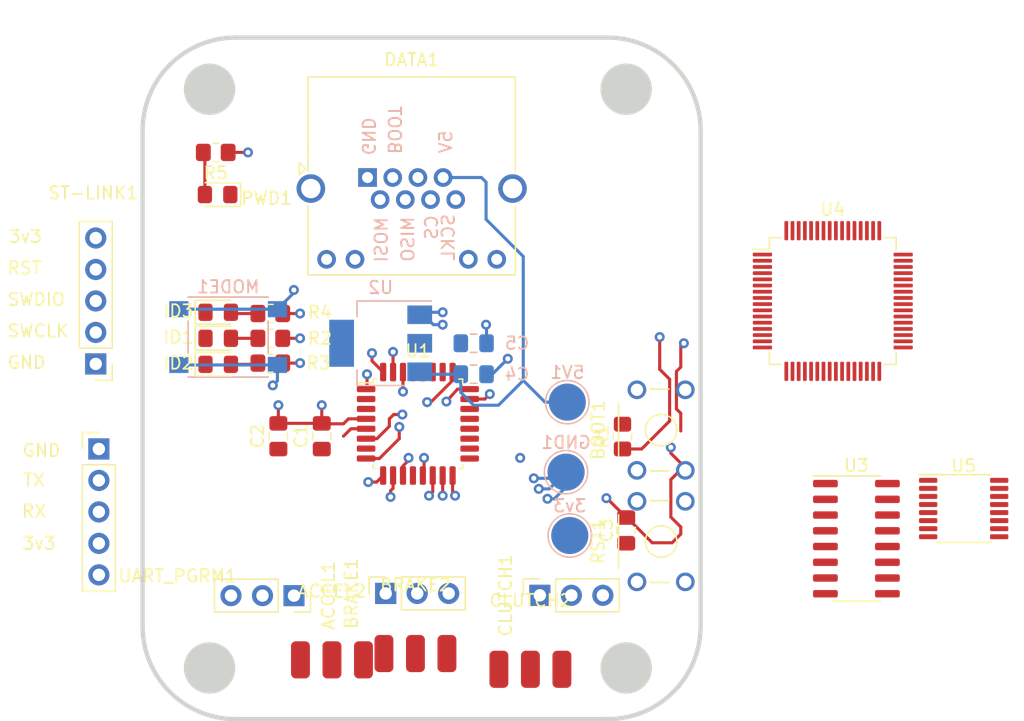
<source format=kicad_pcb>
(kicad_pcb (version 20211014) (generator pcbnew)
  (layers (0 "F.Cu" signal) (1 "In1.Cu" signal) (2 "In2.Cu" signal) (31 "B.Cu" signal) (34 "B.Paste" user) (35 "F.Paste" user) (36 "B.SilkS" user "B.Silkscreen") (37 "F.SilkS" user "F.Silkscreen") (38 "B.Mask" user) (39 "F.Mask" user) (44 "Edge.Cuts" user))
  (net 0 "")
  (net 3 "/BOOT")
  (net 5 "/NRST")
  (net 12 "/USART_TX")
  (net 13 "/SWCLK")
  (net 14 "/SWDIO")
  (net 19 "/MODE")
  (net 20 "Net-(PWD1-Pad2)")
  (net 21 "+3.3V")
  (net 22 "GNDREF")
  (net 23 "+5V")
  (net 24 "/CLUTCH")
  (net 25 "/ACCEL")
  (net 26 "/BRAKE")
  (net 27 "/MISO")
  (net 28 "/MOSI")
  (net 29 "/CS_PDL")
  (net 30 "/SCKL")
  (net 35 "/USART_RX")
  (net 38 "/IND0")
  (net 39 "/IND1")
  (net 40 "/IND2")
  (net 41 "Net-(ID1-Pad2)")
  (net 42 "Net-(ID2-Pad2)")
  (net 43 "Net-(ID3-Pad2)")
  (net 55 "/sd")
  (net 110 "/PSK")
  (footprint "Extra_components:TS-1095PD-A16B2-D2" (layer "F.Cu") (at 166.116 112.505 90)
    (fp_text reference "RST1")
    (fp_text value "SW_Push")
  )
  (footprint "Extra_components:1x3_pin" (layer "F.Cu") (at 155.575 122.809)
    (fp_text reference "CLUTCH2")
    (fp_text value "Conn_01x03_Female")
  )
  (footprint "Connector_PinSocket_2.54mm:PinSocket_1x03_P2.54mm_Vertical" (layer "F.Cu") (at 143.906 116.688 90)
    (fp_text reference "BRAKE1")
    (fp_text value "Conn_01x03_Female")
  )
  (footprint "Capacitor_SMD:C_0805_2012Metric_Pad1.18x1.45mm_HandSolder" (layer "F.Cu") (at 135.25 104 90)
    (fp_text reference "C2")
    (fp_text value "4.7uf")
  )
  (footprint "LED_SMD:LED_0805_2012Metric_Pad1.15x1.40mm_HandSolder" (layer "F.Cu") (at 130.4 96.1)
    (fp_text reference "ID1")
    (fp_text value "LED")
  )
  (footprint "Package_SO:TSSOP-16_4.4x5mm_P0.65mm" (layer "F.Cu") (at 190.514 109.838)
    (fp_text reference "U5")
    (fp_text value "ADC128S102")
  )
  (footprint "Extra_components:1x3_pin" (layer "F.Cu") (at 139.573 122.047)
    (fp_text reference "ACCEL2")
    (fp_text value "Conn_01x03_Female")
  )
  (footprint "Connector_PinSocket_2.54mm:PinSocket_1x03_P2.54mm_Vertical" (layer "F.Cu") (at 156.337 116.84 90)
    (fp_text reference "CLUTCH1")
    (fp_text value "Conn_01x03_Female")
  )
  (footprint "Connector_RJ:RJ45_Amphenol_RJHSE538X" (layer "F.Cu") (at 142.44 83.125)
    (fp_text reference "DATA1")
    (fp_text value "8P8C_LED_Shielded")
  )
  (footprint "Resistor_SMD:R_0805_2012Metric_Pad1.20x1.40mm_HandSolder" (layer "F.Cu") (at 163 104.03 90)
    (fp_text reference "R1")
    (fp_text value "10K")
  )
  (footprint "Extra_components:TS-1095PD-A16B2-D2" (layer "F.Cu") (at 166.116 103.505 90)
    (fp_text reference "BOOT1")
    (fp_text value "SW_Push")
  )
  (footprint "Extra_components:1x3_pin" (layer "F.Cu") (at 146.304 121.539)
    (fp_text reference "BRAKE2")
    (fp_text value "Conn_01x03_Female")
  )
  (footprint "Resistor_SMD:R_0805_2012Metric_Pad1.20x1.40mm_HandSolder" (layer "F.Cu") (at 134.6 96.1 180)
    (fp_text reference "R2")
    (fp_text value "10")
  )
  (footprint "Resistor_SMD:R_0805_2012Metric_Pad1.20x1.40mm_HandSolder" (layer "F.Cu") (at 134.6 94.1 180)
    (fp_text reference "R4")
    (fp_text value "10")
  )
  (footprint "Capacitor_SMD:C_0805_2012Metric_Pad1.18x1.45mm_HandSolder" (layer "F.Cu") (at 138.75 104 90)
    (fp_text reference "C1")
    (fp_text value "100nf")
  )
  (footprint "LED_SMD:LED_0805_2012Metric_Pad1.15x1.40mm_HandSolder" (layer "F.Cu") (at 130.4 98.2)
    (fp_text reference "ID2")
    (fp_text value "LED")
  )
  (footprint "Resistor_SMD:R_0805_2012Metric_Pad1.20x1.40mm_HandSolder" (layer "F.Cu") (at 130.2 81.1 180)
    (fp_text reference "R5")
    (fp_text value "43")
  )
  (footprint "Package_QFP:LQFP-32_7x7mm_P0.8mm" (layer "F.Cu") (at 146.5 103)
    (fp_text reference "U1")
    (fp_text value "STM32G070RBT6")
  )
  (footprint "Connector_PinHeader_2.54mm:PinHeader_1x05_P2.54mm_Vertical" (layer "F.Cu") (at 120.777 105.029)
    (fp_text reference "UART_PGRM1")
    (fp_text value "Conn_01x05_Female")
  )
  (footprint "Package_QFP:LQFP-64_10x10mm_P0.5mm" (layer "F.Cu") (at 179.959 93.091)
    (fp_text reference "U4")
    (fp_text value "STM32F072RBTx")
  )
  (footprint "Capacitor_SMD:C_0805_2012Metric_Pad1.18x1.45mm_HandSolder" (layer "F.Cu") (at 163.3 111.6 -90)
    (fp_text reference "C3")
    (fp_text value "0.1uf")
  )
  (footprint "Connector_PinSocket_2.54mm:PinSocket_1x03_P2.54mm_Vertical" (layer "F.Cu") (at 136.51 116.865 -90)
    (fp_text reference "ACCEL1")
    (fp_text value "Conn_01x03_Female")
  )
  (footprint "LED_SMD:LED_0805_2012Metric_Pad1.15x1.40mm_HandSolder" (layer "F.Cu") (at 130.4 94)
    (fp_text reference "ID3")
    (fp_text value "LED")
  )
  (footprint "Package_SO:SOP-16_3.9x9.9mm_P1.27mm" (layer "F.Cu") (at 181.864 112.268)
    (fp_text reference "U3")
    (fp_text value "HX711")
  )
  (footprint "Resistor_SMD:R_0805_2012Metric_Pad1.20x1.40mm_HandSolder" (layer "F.Cu") (at 134.6 98.1 180)
    (fp_text reference "R3")
    (fp_text value "10")
  )
  (footprint "LED_SMD:LED_0805_2012Metric_Pad1.15x1.40mm_HandSolder" (layer "F.Cu") (at 130.35 84.5 180)
    (fp_text reference "PWD1")
    (fp_text value "LED")
  )
  (footprint "Connector_PinHeader_2.54mm:PinHeader_1x05_P2.54mm_Vertical" (layer "F.Cu") (at 120.523 98.166 180)
    (fp_text reference "ST-LINK1")
    (fp_text value "Conn_01x05_Female")
  )
  (footprint "Capacitor_SMD:C_0805_2012Metric_Pad1.18x1.45mm_HandSolder" (layer "B.Cu") (at 151 99)
    (fp_text reference "C4")
    (fp_text value "1uf")
  )
  (footprint "Button_Switch_SMD:SW_Push_1P1T_NO_6x6mm_H9.5mm" (layer "B.Cu") (at 131.2 96 180)
    (fp_text reference "MODE1")
    (fp_text value "SW_Push")
  )
  (footprint "Capacitor_SMD:C_0805_2012Metric_Pad1.18x1.45mm_HandSolder" (layer "B.Cu") (at 151 96.5)
    (fp_text reference "C5")
    (fp_text value "4.7uf")
  )
  (footprint "TestPoint:TestPoint_Pad_D3.0mm" (layer "B.Cu") (at 158.55 101.25 180)
    (fp_text reference "5V1")
    (fp_text value "5v")
  )
  (footprint "TestPoint:TestPoint_Pad_D3.0mm" (layer "B.Cu") (at 158.75 112.014 180)
    (fp_text reference "3v3")
    (fp_text value "3v3")
  )
  (footprint "TestPoint:TestPoint_Pad_D3.0mm" (layer "B.Cu") (at 158.45 106.9 180)
    (fp_text reference "GND1")
    (fp_text value "GND")
  )
  (footprint "Package_TO_SOT_SMD:SOT-223-3_TabPin2" (layer "B.Cu") (at 143.5 96.5 180)
    (fp_text reference "U2")
    (fp_text value "LDL1117")
  )
  (gr_line (start 125.18355 75.797418) (end 125.36396 75.47842) (layer "Edge.Cuts") (width 0.349999))
  (gr_line (start 166.262042 73.300778) (end 166.553182 73.527581) (layer "Edge.Cuts") (width 0.349999))
  (gr_line (start 124.62419 121.510361) (end 124.526193 121.157226) (layer "Edge.Cuts") (width 0.349999))
  (gr_line (start 124.336701 78.587814) (end 124.382194 78.221573) (layer "Edge.Cuts") (width 0.349999))
  (gr_line (start 161.799997 71.829097) (end 162.171901 71.838314) (layer "Edge.Cuts") (width 0.349999))
  (gr_line (start 129.971872 126.602905) (end 129.618736 126.504908) (layer "Edge.Cuts") (width 0.349999))
  (gr_line (start 131.058717 71.865797) (end 131.428097 71.838314) (layer "Edge.Cuts") (width 0.349999))
  (gr_line (start 169.299997 79.329097) (end 169.299997 119.329097) (layer "Edge.Cuts") (width 0.349999))
  (gr_line (start 168.416448 75.797418) (end 168.580885 76.124473) (layer "Edge.Cuts") (width 0.349999))
  (gr_line (start 126.766193 124.888857) (end 126.4967 124.6324) (layer "Edge.Cuts") (width 0.349999))
  (gr_line (start 129.971872 72.055289) (end 130.32999 71.974539) (layer "Edge.Cuts") (width 0.349999))
  (gr_line (start 167.359757 74.295289) (end 167.601514 74.575913) (layer "Edge.Cuts") (width 0.349999))
  (gr_line (start 163.270007 71.974539) (end 163.628126 72.055289) (layer "Edge.Cuts") (width 0.349999))
  (gr_line (start 169.29078 119.701) (end 169.263297 120.07038) (layer "Edge.Cuts") (width 0.349999))
  (gr_line (start 163.981261 126.504908) (end 163.628126 126.602905) (layer "Edge.Cuts") (width 0.349999))
  (gr_line (start 124.382194 78.221573) (end 124.445443 77.859086) (layer "Edge.Cuts") (width 0.349999))
  (gr_line (start 131.8 126.829097) (end 131.428097 126.819879) (layer "Edge.Cuts") (width 0.349999))
  (gr_line (start 127.337956 73.300778) (end 127.638996 73.089185) (layer "Edge.Cuts") (width 0.349999))
  (gr_line (start 131.428097 126.819879) (end 131.058717 126.792397) (layer "Edge.Cuts") (width 0.349999))
  (gr_line (start 126.240242 74.295289) (end 126.4967 74.025796) (layer "Edge.Cuts") (width 0.349999))
  (gr_line (start 165.650675 125.765138) (end 165.331676 125.945548) (layer "Edge.Cuts") (width 0.349999))
  (gr_line (start 169.154555 120.799107) (end 169.073805 121.157226) (layer "Edge.Cuts") (width 0.349999))
  (gr_line (start 168.580885 76.124473) (end 168.729094 76.458971) (layer "Edge.Cuts") (width 0.349999))
  (gr_line (start 124.870904 76.458971) (end 125.019113 76.124473) (layer "Edge.Cuts") (width 0.349999))
  (gr_line (start 166.553182 73.527581) (end 166.833806 73.769338) (layer "Edge.Cuts") (width 0.349999))
  (gr_line (start 163.628126 72.055289) (end 163.981261 72.153286) (layer "Edge.Cuts") (width 0.349999))
  (gr_line (start 127.949323 72.893056) (end 128.268322 72.712646) (layer "Edge.Cuts") (width 0.349999))
  (gr_line (start 168.86082 121.857898) (end 168.729094 122.199223) (layer "Edge.Cuts") (width 0.349999))
  (gr_line (start 125.36396 123.179774) (end 125.18355 122.860776) (layer "Edge.Cuts") (width 0.349999))
  (gr_line (start 167.601514 124.082282) (end 167.359757 124.362906) (layer "Edge.Cuts") (width 0.349999))
  (gr_line (start 129.618736 126.504908) (end 129.271199 126.389919) (layer "Edge.Cuts") (width 0.349999))
  (gr_line (start 124.336701 120.07038) (end 124.309218 119.701) (layer "Edge.Cuts") (width 0.349999))
  (gr_line (start 130.692477 71.91129) (end 131.058717 71.865797) (layer "Edge.Cuts") (width 0.349999))
  (gr_line (start 161.799997 126.829097) (end 131.8 126.829097) (layer "Edge.Cuts") (width 0.349999))
  (gr_line (start 125.998484 124.082282) (end 125.771682 123.791142) (layer "Edge.Cuts") (width 0.349999))
  (gr_line (start 169.073805 77.500968) (end 169.154555 77.859086) (layer "Edge.Cuts") (width 0.349999))
  (gr_line (start 163.628126 126.602905) (end 163.270007 126.683655) (layer "Edge.Cuts") (width 0.349999))
  (gr_line (start 168.975808 77.147833) (end 169.073805 77.500968) (layer "Edge.Cuts") (width 0.349999))
  (gr_line (start 164.328798 126.389919) (end 163.981261 126.504908) (layer "Edge.Cuts") (width 0.349999))
  (gr_line (start 127.337956 125.357417) (end 127.046816 125.130614) (layer "Edge.Cuts") (width 0.349999))
  (gr_line (start 124.309218 119.701) (end 124.300001 119.329097) (layer "Edge.Cuts") (width 0.349999))
  (gr_circle (center 129.7 76) (end 131.7 76) (layer "Edge.Cuts") (width 0.15) (fill solid))
  (gr_line (start 161.799997 71.829097) (end 161.799997 71.829097) (layer "Edge.Cuts") (width 0.349999))
  (gr_line (start 129.618736 72.153286) (end 129.971872 72.055289) (layer "Edge.Cuts") (width 0.349999))
  (gr_line (start 125.771682 123.791142) (end 125.560089 123.490101) (layer "Edge.Cuts") (width 0.349999))
  (gr_line (start 124.300001 79.329097) (end 124.309218 78.957193) (layer "Edge.Cuts") (width 0.349999))
  (gr_line (start 127.046816 125.130614) (end 126.766193 124.888857) (layer "Edge.Cuts") (width 0.349999))
  (gr_line (start 124.739178 76.800295) (end 124.870904 76.458971) (layer "Edge.Cuts") (width 0.349999))
  (gr_line (start 126.4967 124.6324) (end 126.240242 124.362906) (layer "Edge.Cuts") (width 0.349999))
  (gr_line (start 166.553182 125.130614) (end 166.262042 125.357417) (layer "Edge.Cuts") (width 0.349999))
  (gr_line (start 165.650675 72.893056) (end 165.961002 73.089185) (layer "Edge.Cuts") (width 0.349999))
  (gr_line (start 169.263297 120.07038) (end 169.217804 120.43662) (layer "Edge.Cuts") (width 0.349999))
  (gr_line (start 127.638996 125.569009) (end 127.337956 125.357417) (layer "Edge.Cuts") (width 0.349999))
  (gr_line (start 130.32999 126.683655) (end 129.971872 126.602905) (layer "Edge.Cuts") (width 0.349999))
  (gr_line (start 124.739178 121.857898) (end 124.62419 121.510361) (layer "Edge.Cuts") (width 0.349999))
  (gr_line (start 128.595377 72.548209) (end 128.929874 72.4) (layer "Edge.Cuts") (width 0.349999))
  (gr_line (start 167.1033 74.025796) (end 167.359757 74.295289) (layer "Edge.Cuts") (width 0.349999))
  (gr_line (start 162.54128 71.865797) (end 162.90752 71.91129) (layer "Edge.Cuts") (width 0.349999))
  (gr_line (start 162.171901 71.838314) (end 162.54128 71.865797) (layer "Edge.Cuts") (width 0.349999))
  (gr_line (start 166.833806 73.769338) (end 167.1033 74.025796) (layer "Edge.Cuts") (width 0.349999))
  (gr_line (start 162.90752 71.91129) (end 163.270007 71.974539) (layer "Edge.Cuts") (width 0.349999))
  (gr_line (start 131.058717 126.792397) (end 130.692477 126.746904) (layer "Edge.Cuts") (width 0.349999))
  (gr_line (start 124.382194 120.43662) (end 124.336701 120.07038) (layer "Edge.Cuts") (width 0.349999))
  (gr_line (start 168.729094 122.199223) (end 168.580885 122.53372) (layer "Edge.Cuts") (width 0.349999))
  (gr_line (start 165.961002 73.089185) (end 166.262042 73.300778) (layer "Edge.Cuts") (width 0.349999))
  (gr_line (start 125.560089 123.490101) (end 125.36396 123.179774) (layer "Edge.Cuts") (width 0.349999))
  (gr_line (start 165.004621 72.548209) (end 165.331676 72.712646) (layer "Edge.Cuts") (width 0.349999))
  (gr_line (start 168.729094 76.458971) (end 168.86082 76.800295) (layer "Edge.Cuts") (width 0.349999))
  (gr_line (start 168.416448 122.860776) (end 168.236038 123.179774) (layer "Edge.Cuts") (width 0.349999))
  (gr_line (start 164.670123 72.4) (end 165.004621 72.548209) (layer "Edge.Cuts") (width 0.349999))
  (gr_line (start 163.981261 72.153286) (end 164.328798 72.268274) (layer "Edge.Cuts") (width 0.349999))
  (gr_line (start 165.331676 72.712646) (end 165.650675 72.893056) (layer "Edge.Cuts") (width 0.349999))
  (gr_line (start 126.766193 73.769338) (end 127.046816 73.527581) (layer "Edge.Cuts") (width 0.349999))
  (gr_line (start 129.271199 72.268274) (end 129.618736 72.153286) (layer "Edge.Cuts") (width 0.349999))
  (gr_line (start 165.331676 125.945548) (end 165.004621 126.109985) (layer "Edge.Cuts") (width 0.349999))
  (gr_line (start 169.299997 119.329097) (end 169.29078 119.701) (layer "Edge.Cuts") (width 0.349999))
  (gr_line (start 126.240242 124.362906) (end 125.998484 124.082282) (layer "Edge.Cuts") (width 0.349999))
  (gr_line (start 131.8 71.829097) (end 161.799997 71.829097) (layer "Edge.Cuts") (width 0.349999))
  (gr_line (start 126.4967 74.025796) (end 126.766193 73.769338) (layer "Edge.Cuts") (width 0.349999))
  (gr_line (start 169.073805 121.157226) (end 168.975808 121.510361) (layer "Edge.Cuts") (width 0.349999))
  (gr_line (start 166.262042 125.357417) (end 165.961002 125.569009) (layer "Edge.Cuts") (width 0.349999))
  (gr_circle (center 163.3 76) (end 165.3 76) (layer "Edge.Cuts") (width 0.15) (fill solid))
  (gr_line (start 168.236038 123.179774) (end 168.03991 123.490101) (layer "Edge.Cuts") (width 0.349999))
  (gr_line (start 169.154555 77.859086) (end 169.217804 78.221573) (layer "Edge.Cuts") (width 0.349999))
  (gr_line (start 169.217804 120.43662) (end 169.154555 120.799107) (layer "Edge.Cuts") (width 0.349999))
  (gr_line (start 129.271199 126.389919) (end 128.929874 126.258193) (layer "Edge.Cuts") (width 0.349999))
  (gr_line (start 167.828317 123.791142) (end 167.601514 124.082282) (layer "Edge.Cuts") (width 0.349999))
  (gr_line (start 124.445443 77.859086) (end 124.526193 77.500968) (layer "Edge.Cuts") (width 0.349999))
  (gr_line (start 128.268322 125.945548) (end 127.949323 125.765138) (layer "Edge.Cuts") (width 0.349999))
  (gr_line (start 165.004621 126.109985) (end 164.670123 126.258193) (layer "Edge.Cuts") (width 0.349999))
  (gr_line (start 168.236038 75.47842) (end 168.416448 75.797418) (layer "Edge.Cuts") (width 0.349999))
  (gr_line (start 130.32999 71.974539) (end 130.692477 71.91129) (layer "Edge.Cuts") (width 0.349999))
  (gr_line (start 126.4967 124.6324) (end 126.4967 124.6324) (layer "Edge.Cuts") (width 0.349999))
  (gr_line (start 124.526193 77.500968) (end 124.62419 77.147833) (layer "Edge.Cuts") (width 0.349999))
  (gr_line (start 168.975808 121.510361) (end 168.86082 121.857898) (layer "Edge.Cuts") (width 0.349999))
  (gr_line (start 124.526193 121.157226) (end 124.445443 120.799107) (layer "Edge.Cuts") (width 0.349999))
  (gr_line (start 169.29078 78.957193) (end 169.299997 79.329097) (layer "Edge.Cuts") (width 0.349999))
  (gr_line (start 131.428097 71.838314) (end 131.8 71.829097) (layer "Edge.Cuts") (width 0.349999))
  (gr_line (start 127.046816 73.527581) (end 127.337956 73.300778) (layer "Edge.Cuts") (width 0.349999))
  (gr_line (start 131.8 71.829097) (end 131.8 71.829097) (layer "Edge.Cuts") (width 0.349999))
  (gr_line (start 166.833806 124.888857) (end 166.553182 125.130614) (layer "Edge.Cuts") (width 0.349999))
  (gr_line (start 125.18355 122.860776) (end 125.019113 122.53372) (layer "Edge.Cuts") (width 0.349999))
  (gr_line (start 162.54128 126.792397) (end 162.171901 126.819879) (layer "Edge.Cuts") (width 0.349999))
  (gr_line (start 125.771682 74.867052) (end 125.998484 74.575913) (layer "Edge.Cuts") (width 0.349999))
  (gr_line (start 127.638996 73.089185) (end 127.949323 72.893056) (layer "Edge.Cuts") (width 0.349999))
  (gr_line (start 128.929874 126.258193) (end 128.595377 126.109985) (layer "Edge.Cuts") (width 0.349999))
  (gr_line (start 168.03991 75.168093) (end 168.236038 75.47842) (layer "Edge.Cuts") (width 0.349999))
  (gr_line (start 169.299997 79.329097) (end 169.299997 79.329097) (layer "Edge.Cuts") (width 0.349999))
  (gr_line (start 130.692477 126.746904) (end 130.32999 126.683655) (layer "Edge.Cuts") (width 0.349999))
  (gr_line (start 163.270007 126.683655) (end 162.90752 126.746904) (layer "Edge.Cuts") (width 0.349999))
  (gr_line (start 161.799997 126.829097) (end 161.799997 126.829097) (layer "Edge.Cuts") (width 0.349999))
  (gr_circle (center 129.7 122.7) (end 131.7 122.7) (layer "Edge.Cuts") (width 0.15) (fill solid))
  (gr_line (start 167.359757 124.362906) (end 167.1033 124.6324) (layer "Edge.Cuts") (width 0.349999))
  (gr_line (start 124.62419 77.147833) (end 124.739178 76.800295) (layer "Edge.Cuts") (width 0.349999))
  (gr_line (start 125.560089 75.168093) (end 125.771682 74.867052) (layer "Edge.Cuts") (width 0.349999))
  (gr_line (start 125.998484 74.575913) (end 126.240242 74.295289) (layer "Edge.Cuts") (width 0.349999))
  (gr_line (start 167.828317 74.867052) (end 168.03991 75.168093) (layer "Edge.Cuts") (width 0.349999))
  (gr_line (start 165.961002 125.569009) (end 165.650675 125.765138) (layer "Edge.Cuts") (width 0.349999))
  (gr_line (start 127.949323 125.765138) (end 127.638996 125.569009) (layer "Edge.Cuts") (width 0.349999))
  (gr_line (start 125.36396 75.47842) (end 125.560089 75.168093) (layer "Edge.Cuts") (width 0.349999))
  (gr_line (start 128.595377 126.109985) (end 128.268322 125.945548) (layer "Edge.Cuts") (width 0.349999))
  (gr_line (start 164.670123 126.258193) (end 164.328798 126.389919) (layer "Edge.Cuts") (width 0.349999))
  (gr_line (start 131.8 126.829097) (end 131.8 126.829097) (layer "Edge.Cuts") (width 0.349999))
  (gr_line (start 168.580885 122.53372) (end 168.416448 122.860776) (layer "Edge.Cuts") (width 0.349999))
  (gr_line (start 124.445443 120.799107) (end 124.382194 120.43662) (layer "Edge.Cuts") (width 0.349999))
  (gr_line (start 167.1033 74.025796) (end 167.1033 74.025796) (layer "Edge.Cuts") (width 0.349999))
  (gr_line (start 128.268322 72.712646) (end 128.595377 72.548209) (layer "Edge.Cuts") (width 0.349999))
  (gr_circle (center 163.3 122.7) (end 165.3 122.7) (layer "Edge.Cuts") (width 0.15) (fill solid))
  (gr_line (start 169.263297 78.587814) (end 169.29078 78.957193) (layer "Edge.Cuts") (width 0.349999))
  (gr_line (start 169.299997 119.329097) (end 169.299997 119.329097) (layer "Edge.Cuts") (width 0.349999))
  (gr_line (start 168.03991 123.490101) (end 167.828317 123.791142) (layer "Edge.Cuts") (width 0.349999))
  (gr_line (start 162.90752 126.746904) (end 162.54128 126.792397) (layer "Edge.Cuts") (width 0.349999))
  (gr_line (start 124.300001 79.329097) (end 124.300001 79.329097) (layer "Edge.Cuts") (width 0.349999))
  (gr_line (start 124.309218 78.957193) (end 124.336701 78.587814) (layer "Edge.Cuts") (width 0.349999))
  (gr_line (start 168.86082 76.800295) (end 168.975808 77.147833) (layer "Edge.Cuts") (width 0.349999))
  (gr_line (start 125.019113 122.53372) (end 124.870904 122.199223) (layer "Edge.Cuts") (width 0.349999))
  (gr_line (start 164.328798 72.268274) (end 164.670123 72.4) (layer "Edge.Cuts") (width 0.349999))
  (gr_line (start 128.929874 72.4) (end 129.271199 72.268274) (layer "Edge.Cuts") (width 0.349999))
  (gr_line (start 126.4967 74.025796) (end 126.4967 74.025796) (layer "Edge.Cuts") (width 0.349999))
  (gr_line (start 162.171901 126.819879) (end 161.799997 126.829097) (layer "Edge.Cuts") (width 0.349999))
  (gr_line (start 124.870904 122.199223) (end 124.739178 121.857898) (layer "Edge.Cuts") (width 0.349999))
  (gr_line (start 124.300001 119.329097) (end 124.300001 79.329097) (layer "Edge.Cuts") (width 0.349999))
  (gr_line (start 167.1033 124.6324) (end 166.833806 124.888857) (layer "Edge.Cuts") (width 0.349999))
  (gr_line (start 167.601514 74.575913) (end 167.828317 74.867052) (layer "Edge.Cuts") (width 0.349999))
  (gr_line (start 167.1033 124.6324) (end 167.1033 124.6324) (layer "Edge.Cuts") (width 0.349999))
  (gr_line (start 169.217804 78.221573) (end 169.263297 78.587814) (layer "Edge.Cuts") (width 0.349999))
  (gr_line (start 125.019113 76.124473) (end 125.18355 75.797418) (layer "Edge.Cuts") (width 0.349999))
  (gr_text "5V\n" (at 148.75 80.25 90) (layer "B.SilkS") (effects (font (size 1 1)) (justify mirror)))
  (gr_text "CS" (at 147.6 87.15 90) (layer "B.SilkS") (effects (font (size 1 1)) (justify mirror)))
  (gr_text "SCKL\n" (at 148.95 87.95 90) (layer "B.SilkS") (effects (font (size 1 1)) (justify mirror)))
  (gr_text "MISO\n" (at 145.7 88.1 90) (layer "B.SilkS") (effects (font (size 1 1)) (justify mirror)))
  (gr_text "GND" (at 142.5 79.8 270) (layer "B.SilkS") (effects (font (size 1 1)) (justify mirror)))
  (gr_text "BOOT" (at 144.6 79.3 270) (layer "B.SilkS") (effects (font (size 1 1)) (justify mirror)))
  (gr_text "MOSI\n" (at 143.55 88.15 90) (layer "B.SilkS") (effects (font (size 1 1)) (justify mirror)))
  (gr_text "RST" (at 114.768334 90.424) (layer "F.SilkS") (effects (font (size 1 1))))
  (gr_text "SWDIO\n" (at 115.720715 92.964) (layer "F.SilkS") (effects (font (size 1 1))))
  (gr_text "RX\n" (at 115.551 110.049) (layer "F.SilkS") (effects (font (size 1 1))))
  (gr_text "TX\n" (at 115.551 107.549) (layer "F.SilkS") (effects (font (size 1 1))))
  (gr_text "SWCLK" (at 115.863572 95.504) (layer "F.SilkS") (effects (font (size 1 1))))
  (gr_text "GND" (at 116.151 105.149) (layer "F.SilkS") (effects (font (size 1 1))))
  (gr_text "3v3" (at 114.839762 87.884) (layer "F.SilkS") (effects (font (size 1 1))))
  (gr_text "3v3\n" (at 115.951 112.649) (layer "F.SilkS") (effects (font (size 1 1))))
  (gr_text "GND" (at 114.935 98.044) (layer "F.SilkS") (effects (font (size 1 1))))
  (segment (start 167.7 106.7) (end 166.9 107.5) (width 0.25) (layer "F.Cu") (net 5))
  (segment (start 163.3625 110.5625) (end 163.3 110.5625) (width 0.25) (layer "F.Cu") (net 5))
  (segment (start 144.2 102.6) (end 144.55 102.25) (width 0.25) (layer "F.Cu") (net 5))
  (segment (start 166.9 107.5) (end 166.9 110.525) (width 0.25) (layer "F.Cu") (net 5))
  (segment (start 166.9 110.525) (end 167.7 111.325) (width 0.25) (layer "F.Cu") (net 5))
  (segment (start 167.7 111.9) (end 167 112.6) (width 0.25) (layer "F.Cu") (net 5))
  (segment (start 167.7 106.175) (end 167.7 106.7) (width 0.25) (layer "F.Cu") (net 5))
  (segment (start 166.9 105.375) (end 167.7 106.175) (width 0.25) (layer "F.Cu") (net 5))
  (segment (start 144.55 102.25) (end 145.25 102.25) (width 0.25) (layer "F.Cu") (net 5))
  (segment (start 165.4 112.6) (end 163.3625 110.5625) (width 0.25) (layer "F.Cu") (net 5))
  (segment (start 143.2 104.2) (end 144.2 103.2) (width 0.25) (layer "F.Cu") (net 5))
  (segment (start 167 112.6) (end 165.4 112.6) (width 0.25) (layer "F.Cu") (net 5))
  (segment (start 167.7 111.325) (end 167.7 111.9) (width 0.25) (layer "F.Cu") (net 5))
  (segment (start 161.7375 109) (end 163.3 110.5625) (width 0.25) (layer "F.Cu") (net 5))
  (segment (start 166.9 104.9) (end 166.9 105.375) (width 0.25) (layer "F.Cu") (net 5))
  (segment (start 161.7 109) (end 161.7375 109) (width 0.25) (layer "F.Cu") (net 5))
  (segment (start 144.2 103.2) (end 144.2 102.6) (width 0.25) (layer "F.Cu") (net 5))
  (segment (start 142.325 104.2) (end 143.2 104.2) (width 0.25) (layer "F.Cu") (net 5))
  (via (at 161.7 109) (size 0.8) (drill 0.4) (layers "F.Cu" "B.Cu") (net 5))
  (via (at 166.9 104.9) (size 0.8) (drill 0.4) (layers "F.Cu" "B.Cu") (net 5))
  (via (at 145.25 102.25) (size 0.8) (drill 0.4) (layers "F.Cu" "B.Cu") (net 5))
  (segment (start 142.5 107.7) (end 143.175 107.7) (width 0.25) (layer "F.Cu") (net 12))
  (segment (start 143.175 107.7) (end 143.7 107.175) (width 0.25) (layer "F.Cu") (net 12))
  (via (at 142.5 107.7) (size 0.8) (drill 0.4) (layers "F.Cu" "B.Cu") (net 12))
  (segment (start 149.3 99.5) (end 147.55 101.25) (width 0.25) (layer "F.Cu") (net 13))
  (segment (start 163 105.03) (end 164.545 105.03) (width 0.25) (layer "F.Cu") (net 13))
  (segment (start 149.3 98.825) (end 149.3 99.5) (width 0.25) (layer "F.Cu") (net 13))
  (segment (start 166.8 102.775) (end 166 103.575) (width 0.25) (layer "F.Cu") (net 13))
  (segment (start 166 98.6) (end 166.8 99.4) (width 0.25) (layer "F.Cu") (net 13))
  (segment (start 166 96) (end 166 98.425) (width 0.25) (layer "F.Cu") (net 13))
  (segment (start 164.545 105.03) (end 166 103.575) (width 0.25) (layer "F.Cu") (net 13))
  (segment (start 147.55 101.25) (end 147.25 101.25) (width 0.25) (layer "F.Cu") (net 13))
  (segment (start 166 98.425) (end 166 98.6) (width 0.25) (layer "F.Cu") (net 13))
  (segment (start 166.8 99.4) (end 166.8 102.775) (width 0.25) (layer "F.Cu") (net 13))
  (via (at 147.25 101.25) (size 0.8) (drill 0.4) (layers "F.Cu" "B.Cu") (net 13))
  (via (at 166 96) (size 0.8) (drill 0.4) (layers "F.Cu" "B.Cu") (net 13))
  (segment (start 149.7 100.2) (end 150.675 100.2) (width 0.25) (layer "F.Cu") (net 14))
  (segment (start 148.8 101.2) (end 149.7 100.2) (width 0.25) (layer "F.Cu") (net 14))
  (via (at 148.8 101.2) (size 0.8) (drill 0.4) (layers "F.Cu" "B.Cu") (net 14))
  (segment (start 142.4 99) (end 142.4 100.125) (width 0.25) (layer "F.Cu") (net 19))
  (segment (start 142.4 100.125) (end 142.325 100.2) (width 0.25) (layer "F.Cu") (net 19))
  (via (at 136.5 92.2) (size 0.8) (drill 0.4) (layers "F.Cu" "B.Cu") (net 19))
  (via (at 142.4 99) (size 0.8) (drill 0.4) (layers "F.Cu" "B.Cu") (net 19))
  (segment (start 136.5 92.425) (end 135.175 93.75) (width 0.25) (layer "B.Cu") (net 19))
  (segment (start 136.5 92.2) (end 136.5 92.425) (width 0.25) (layer "B.Cu") (net 19))
  (segment (start 135.175 93.75) (end 127.225 93.75) (width 0.25) (layer "B.Cu") (net 19))
  (segment (start 129.325 81.225) (end 129.2 81.1) (width 0.25) (layer "F.Cu") (net 20))
  (segment (start 129.325 84.5) (end 129.325 81.225) (width 0.25) (layer "F.Cu") (net 20))
  (segment (start 167.7 102.15) (end 167.35 101.8) (width 0.25) (layer "F.Cu") (net 21))
  (segment (start 138.75 102.9625) (end 138.9625 102.9625) (width 0.25) (layer "F.Cu") (net 21))
  (segment (start 135.25 102.9625) (end 135.25 101.75) (width 0.25) (layer "F.Cu") (net 21))
  (segment (start 140.5 103) (end 140.9 102.6) (width 0.25) (layer "F.Cu") (net 21))
  (segment (start 167.7 96.75) (end 167.95 96.5) (width 0.25) (layer "F.Cu") (net 21))
  (segment (start 135.5 102.75) (end 135.25 102.9625) (width 0.25) (layer "F.Cu") (net 21))
  (segment (start 140.9 102.6) (end 142.325 102.6) (width 0.25) (layer "F.Cu") (net 21))
  (segment (start 132.8 81.1) (end 131.2 81.1) (width 0.25) (layer "F.Cu") (net 21))
  (segment (start 167.7 98.425) (end 167.7 96.75) (width 0.25) (layer "F.Cu") (net 21))
  (segment (start 167.35 98.775) (end 167.7 98.425) (width 0.25) (layer "F.Cu") (net 21))
  (segment (start 138.9625 102.9625) (end 139 103) (width 0.25) (layer "F.Cu") (net 21))
  (segment (start 135.5 102.9625) (end 138.75 102.9625) (width 0.25) (layer "F.Cu") (net 21))
  (segment (start 167.7 103.575) (end 167.7 102.15) (width 0.25) (layer "F.Cu") (net 21))
  (segment (start 138.75 102.9625) (end 138.75 101.5) (width 0.25) (layer "F.Cu") (net 21))
  (segment (start 139 103) (end 140.5 103) (width 0.25) (layer "F.Cu") (net 21))
  (segment (start 167.35 101.8) (end 167.35 98.775) (width 0.25) (layer "F.Cu") (net 21))
  (segment (start 135.25 101.75) (end 135.5 101.5) (width 0.25) (layer "F.Cu") (net 21))
  (via (at 135.25 101.5) (size 0.8) (drill 0.4) (layers "F.Cu" "B.Cu") (net 21))
  (via (at 138.75 101.5) (size 0.8) (drill 0.4) (layers "F.Cu" "B.Cu") (net 21))
  (via (at 132.8 81.1) (size 0.8) (drill 0.4) (layers "F.Cu" "B.Cu") (net 21))
  (via (at 167.95 96.5) (size 0.8) (drill 0.4) (layers "F.Cu" "B.Cu") (net 21))
  (segment (start 142.325 103.4) (end 141.1 103.4) (width 0.25) (layer "F.Cu") (net 22))
  (segment (start 141.1 103.4) (end 140.5 104) (width 0.25) (layer "F.Cu") (net 22))
  (via (at 148.5 94) (size 0.8) (drill 0.4) (layers "F.Cu" "B.Cu") (net 22))
  (via (at 155.85 107.4) (size 0.8) (drill 0.4) (layers "F.Cu" "B.Cu") (net 22))
  (via (at 156.95 109.05) (size 0.8) (drill 0.4) (layers "F.Cu" "B.Cu") (net 22))
  (via (at 134.8 99.9) (size 0.8) (drill 0.4) (layers "F.Cu" "B.Cu") (net 22))
  (via (at 152 95) (size 0.8) (drill 0.4) (layers "F.Cu" "B.Cu") (net 22))
  (via (at 156.25 108.25) (size 0.8) (drill 0.4) (layers "F.Cu" "B.Cu") (net 22))
  (via (at 153.75 97.75) (size 0.8) (drill 0.4) (layers "F.Cu" "B.Cu") (net 22))
  (via (at 148.5 95) (size 0.8) (drill 0.4) (layers "F.Cu" "B.Cu") (net 22))
  (segment (start 148.5 94) (end 146.85 94) (width 0.25) (layer "B.Cu") (net 22))
  (segment (start 135.175 99.525) (end 134.8 99.9) (width 0.25) (layer "B.Cu") (net 22))
  (segment (start 155.85 107.4) (end 157.95 107.4) (width 0.25) (layer "B.Cu") (net 22))
  (segment (start 146.95 94.2) (end 147.75 95) (width 0.25) (layer "B.Cu") (net 22))
  (segment (start 146.85 94) (end 147 94) (width 0.25) (layer "B.Cu") (net 22))
  (segment (start 157.5 109.05) (end 158.45 108.1) (width 0.25) (layer "B.Cu") (net 22))
  (segment (start 127.225 98.25) (end 135.175 98.25) (width 0.25) (layer "B.Cu") (net 22))
  (segment (start 152.0375 99) (end 152.5 99) (width 0.25) (layer "B.Cu") (net 22))
  (segment (start 152.0375 96.5) (end 152.0375 95.0375) (width 0.25) (layer "B.Cu") (net 22))
  (segment (start 152.0375 95.0375) (end 152 95) (width 0.25) (layer "B.Cu") (net 22))
  (segment (start 147.75 95) (end 148.5 95) (width 0.25) (layer "B.Cu") (net 22))
  (segment (start 135.175 98.25) (end 135.175 99.525) (width 0.25) (layer "B.Cu") (net 22))
  (segment (start 146.85 94) (end 146.65 94.2) (width 0.25) (layer "B.Cu") (net 22))
  (segment (start 146.65 94.2) (end 146.95 94.2) (width 0.25) (layer "B.Cu") (net 22))
  (segment (start 158.45 108.1) (end 158.45 106.9) (width 0.25) (layer "B.Cu") (net 22))
  (segment (start 152.5 99) (end 153.75 97.75) (width 0.25) (layer "B.Cu") (net 22))
  (segment (start 156.25 108.25) (end 157.1 108.25) (width 0.25) (layer "B.Cu") (net 22))
  (segment (start 156.95 109.05) (end 157.5 109.05) (width 0.25) (layer "B.Cu") (net 22))
  (segment (start 157.95 107.4) (end 158.45 106.9) (width 0.25) (layer "B.Cu") (net 22))
  (segment (start 147 94) (end 146.65 94.2) (width 0.25) (layer "B.Cu") (net 22))
  (segment (start 157.1 108.25) (end 158.45 106.9) (width 0.25) (layer "B.Cu") (net 22))
  (segment (start 153 101.5) (end 151 101.5) (width 0.25) (layer "B.Cu") (net 23))
  (segment (start 155 89.5) (end 155 99.5) (width 0.25) (layer "B.Cu") (net 23))
  (segment (start 149.9625 100.4625) (end 149.9625 99) (width 0.25) (layer "B.Cu") (net 23))
  (segment (start 148.536 83.125) (end 151.625 83.125) (width 0.25) (layer "B.Cu") (net 23))
  (segment (start 149.5 99) (end 146.85 99) (width 0.25) (layer "B.Cu") (net 23))
  (segment (start 158.55 101.25) (end 156.75 101.25) (width 0.25) (layer "B.Cu") (net 23))
  (segment (start 146.85 99) (end 146.65 98.8) (width 0.25) (layer "B.Cu") (net 23))
  (segment (start 155 99.5) (end 153 101.5) (width 0.25) (layer "B.Cu") (net 23))
  (segment (start 151.625 83.125) (end 152 83.5) (width 0.25) (layer "B.Cu") (net 23))
  (segment (start 152 83.5) (end 152 86.5) (width 0.25) (layer "B.Cu") (net 23))
  (segment (start 156.75 101.25) (end 155 99.5) (width 0.25) (layer "B.Cu") (net 23))
  (segment (start 152 86.5) (end 155 89.5) (width 0.25) (layer "B.Cu") (net 23))
  (segment (start 151 101.5) (end 149.9625 100.4625) (width 0.25) (layer "B.Cu") (net 23))
  (segment (start 149.3 107.175) (end 149.3 108.6) (width 0.25) (layer "F.Cu") (net 24))
  (segment (start 149.3 108.6) (end 149.5 108.8) (width 0.25) (layer "F.Cu") (net 24))
  (via (at 149.5 108.8) (size 0.8) (drill 0.4) (layers "F.Cu" "B.Cu") (net 24))
  (segment (start 147.7 108.5) (end 147.4 108.8) (width 0.25) (layer "F.Cu") (net 25))
  (segment (start 147.7 107.175) (end 147.7 108.5) (width 0.25) (layer "F.Cu") (net 25))
  (via (at 147.4 108.8) (size 0.8) (drill 0.4) (layers "F.Cu" "B.Cu") (net 25))
  (segment (start 148.5 107.175) (end 148.5 108.8) (width 0.25) (layer "F.Cu") (net 26))
  (via (at 148.5 108.8) (size 0.8) (drill 0.4) (layers "F.Cu" "B.Cu") (net 26))
  (segment (start 147 105.75) (end 147 107.075) (width 0.25) (layer "F.Cu") (net 27))
  (segment (start 147 107.075) (end 146.9 107.175) (width 0.25) (layer "F.Cu") (net 27))
  (via (at 147 105.75) (size 0.8) (drill 0.4) (layers "F.Cu" "B.Cu") (net 27))
  (segment (start 150.675 101) (end 151.9 101) (width 0.25) (layer "F.Cu") (net 28))
  (segment (start 151.9 101) (end 152.3 100.6) (width 0.25) (layer "F.Cu") (net 28))
  (via (at 152.3 100.6) (size 0.8) (drill 0.4) (layers "F.Cu" "B.Cu") (net 28))
  (segment (start 145.75 105.95) (end 145.3 106.4) (width 0.25) (layer "F.Cu") (net 29))
  (segment (start 145.3 106.4) (end 145.3 107.175) (width 0.25) (layer "F.Cu") (net 29))
  (segment (start 145.75 105.75) (end 145.75 105.95) (width 0.25) (layer "F.Cu") (net 29))
  (via (at 145.75 105.75) (size 0.8) (drill 0.4) (layers "F.Cu" "B.Cu") (net 29))
  (segment (start 145 104.2) (end 143.4 105.8) (width 0.25) (layer "F.Cu") (net 30))
  (segment (start 145 103.25) (end 145 104.2) (width 0.25) (layer "F.Cu") (net 30))
  (segment (start 143.4 105.8) (end 142.325 105.8) (width 0.25) (layer "F.Cu") (net 30))
  (via (at 145 103.25) (size 0.8) (drill 0.4) (layers "F.Cu" "B.Cu") (net 30))
  (via (at 154.75 105.75) (size 0.8) (drill 0.4) (layers "F.Cu" "B.Cu") (net 30))
  (segment (start 144.3 108.9) (end 144.3 108.4) (width 0.25) (layer "F.Cu") (net 35))
  (segment (start 144.5 108.2) (end 144.5 107.175) (width 0.25) (layer "F.Cu") (net 35))
  (segment (start 144.3 108.4) (end 144.5 108.2) (width 0.25) (layer "F.Cu") (net 35))
  (via (at 144.3 108.9) (size 0.8) (drill 0.4) (layers "F.Cu" "B.Cu") (net 35))
  (segment (start 145.3 100.4) (end 145.3 98.825) (width 0.25) (layer "F.Cu") (net 38))
  (segment (start 137 96.1) (end 135.6 96.1) (width 0.25) (layer "F.Cu") (net 38))
  (via (at 137 96.1) (size 0.8) (drill 0.4) (layers "F.Cu" "B.Cu") (net 38))
  (via (at 145.3 100.4) (size 0.8) (drill 0.4) (layers "F.Cu" "B.Cu") (net 38))
  (segment (start 137 98.1) (end 135.6 98.1) (width 0.25) (layer "F.Cu") (net 39))
  (segment (start 144.5 97.2) (end 144.5 98.825) (width 0.25) (layer "F.Cu") (net 39))
  (via (at 137 98.1) (size 0.8) (drill 0.4) (layers "F.Cu" "B.Cu") (net 39))
  (via (at 144.5 97.2) (size 0.8) (drill 0.4) (layers "F.Cu" "B.Cu") (net 39))
  (segment (start 142.8 97.925) (end 143.7 98.825) (width 0.25) (layer "F.Cu") (net 40))
  (segment (start 137 94.1) (end 135.6 94.1) (width 0.25) (layer "F.Cu") (net 40))
  (segment (start 142.8 97.3) (end 142.8 97.925) (width 0.25) (layer "F.Cu") (net 40))
  (via (at 142.8 97.3) (size 0.8) (drill 0.4) (layers "F.Cu" "B.Cu") (net 40))
  (via (at 137 94.1) (size 0.8) (drill 0.4) (layers "F.Cu" "B.Cu") (net 40))
  (segment (start 133.6 96.1) (end 131.425 96.1) (width 0.25) (layer "F.Cu") (net 41))
  (segment (start 133.5 98.2) (end 133.6 98.1) (width 0.25) (layer "F.Cu") (net 42))
  (segment (start 131.425 98.2) (end 133.5 98.2) (width 0.25) (layer "F.Cu") (net 42))
  (segment (start 133.6 94.1) (end 131.525 94.1) (width 0.25) (layer "F.Cu") (net 43))
  (segment (start 131.525 94.1) (end 131.425 94) (width 0.25) (layer "F.Cu") (net 43))
)
</source>
